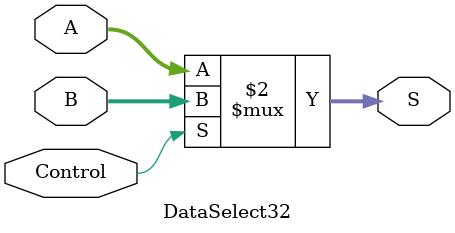
<source format=v>
`timescale 1ns / 1ps


module DataSelect32(
    input [31:0] A,
    input [31:0] B,
    input Control,
    output [31:0] S
    );
    assign S = (Control == 1'b0 ? A : B);
endmodule

</source>
